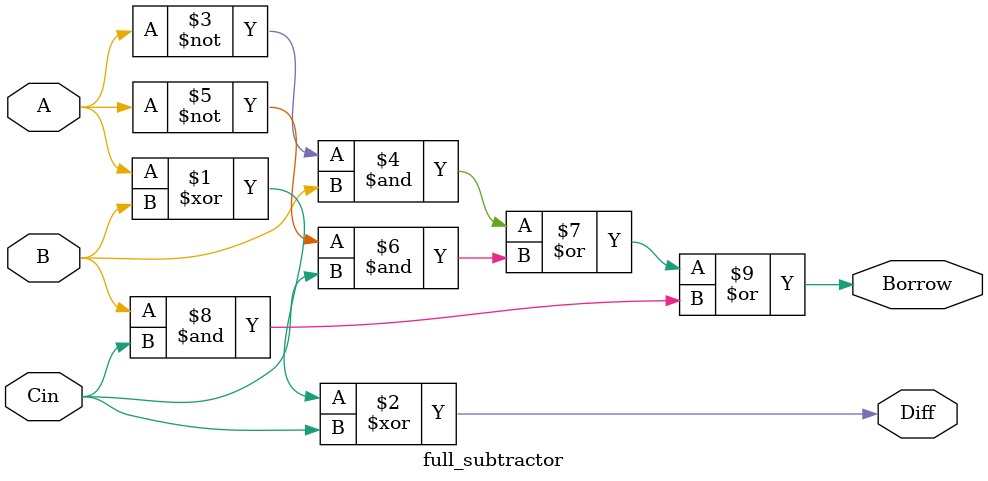
<source format=v>
module full_subtractor(A, B, Cin, Diff, Borrow);
  input A, B, Cin;
  output Diff, Borrow;
  
  assign Diff = A ^ B ^ Cin;
  assign Borrow = (~A & B) | (~A & Cin) | (B & Cin);
endmodule

</source>
